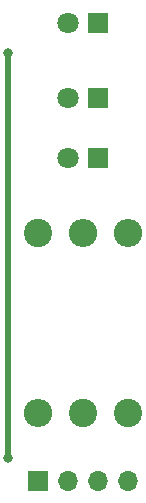
<source format=gbr>
%TF.GenerationSoftware,KiCad,Pcbnew,6.0.4-6f826c9f35~116~ubuntu20.04.1*%
%TF.CreationDate,2022-05-04T13:56:28-03:00*%
%TF.ProjectId,projeto1,70726f6a-6574-46f3-912e-6b696361645f,rev?*%
%TF.SameCoordinates,Original*%
%TF.FileFunction,Copper,L2,Bot*%
%TF.FilePolarity,Positive*%
%FSLAX46Y46*%
G04 Gerber Fmt 4.6, Leading zero omitted, Abs format (unit mm)*
G04 Created by KiCad (PCBNEW 6.0.4-6f826c9f35~116~ubuntu20.04.1) date 2022-05-04 13:56:28*
%MOMM*%
%LPD*%
G01*
G04 APERTURE LIST*
%TA.AperFunction,ComponentPad*%
%ADD10O,2.400000X2.400000*%
%TD*%
%TA.AperFunction,ComponentPad*%
%ADD11C,2.400000*%
%TD*%
%TA.AperFunction,ComponentPad*%
%ADD12R,1.700000X1.700000*%
%TD*%
%TA.AperFunction,ComponentPad*%
%ADD13O,1.700000X1.700000*%
%TD*%
%TA.AperFunction,ComponentPad*%
%ADD14R,1.800000X1.800000*%
%TD*%
%TA.AperFunction,ComponentPad*%
%ADD15C,1.800000*%
%TD*%
%TA.AperFunction,ViaPad*%
%ADD16C,0.800000*%
%TD*%
%TA.AperFunction,Conductor*%
%ADD17C,0.513098*%
%TD*%
G04 APERTURE END LIST*
D10*
%TO.P,R3,2*%
%TO.N,Net-(D3-Pad2)*%
X166370000Y-72390000D03*
D11*
%TO.P,R3,1*%
%TO.N,Net-(J1-Pad4)*%
X166370000Y-87630000D03*
%TD*%
%TO.P,R2,1*%
%TO.N,Net-(R2-Pad1)*%
X162560000Y-87630000D03*
D10*
%TO.P,R2,2*%
%TO.N,Net-(R2-Pad2)*%
X162560000Y-72390000D03*
%TD*%
D11*
%TO.P,R1,1*%
%TO.N,Net-(D1-Pad2)*%
X158750000Y-72390000D03*
D10*
%TO.P,R1,2*%
%TO.N,Net-(R1-Pad2)*%
X158750000Y-87630000D03*
%TD*%
D12*
%TO.P,J1,1,Pin_1*%
%TO.N,GND*%
X158760000Y-93415000D03*
D13*
%TO.P,J1,2,Pin_2*%
%TO.N,Net-(R1-Pad2)*%
X161300000Y-93415000D03*
%TO.P,J1,3,Pin_3*%
%TO.N,Net-(R2-Pad1)*%
X163840000Y-93415000D03*
%TO.P,J1,4,Pin_4*%
%TO.N,Net-(J1-Pad4)*%
X166380000Y-93415000D03*
%TD*%
D14*
%TO.P,D3,1,K*%
%TO.N,GND*%
X163830000Y-66040000D03*
D15*
%TO.P,D3,2,A*%
%TO.N,Net-(D3-Pad2)*%
X161290000Y-66040000D03*
%TD*%
D14*
%TO.P,D2,1,K*%
%TO.N,GND*%
X163830000Y-60960000D03*
D15*
%TO.P,D2,2,A*%
%TO.N,Net-(R2-Pad2)*%
X161290000Y-60960000D03*
%TD*%
D14*
%TO.P,D1,1,K*%
%TO.N,GND*%
X163830000Y-54610000D03*
D15*
%TO.P,D1,2,A*%
%TO.N,Net-(D1-Pad2)*%
X161290000Y-54610000D03*
%TD*%
D16*
%TO.N,GND*%
X156210000Y-91440000D03*
X156210000Y-57150000D03*
%TD*%
D17*
%TO.N,GND*%
X156210000Y-91440000D02*
X156210000Y-90865000D01*
X156210000Y-57150000D02*
X156210000Y-91440000D01*
%TD*%
M02*

</source>
